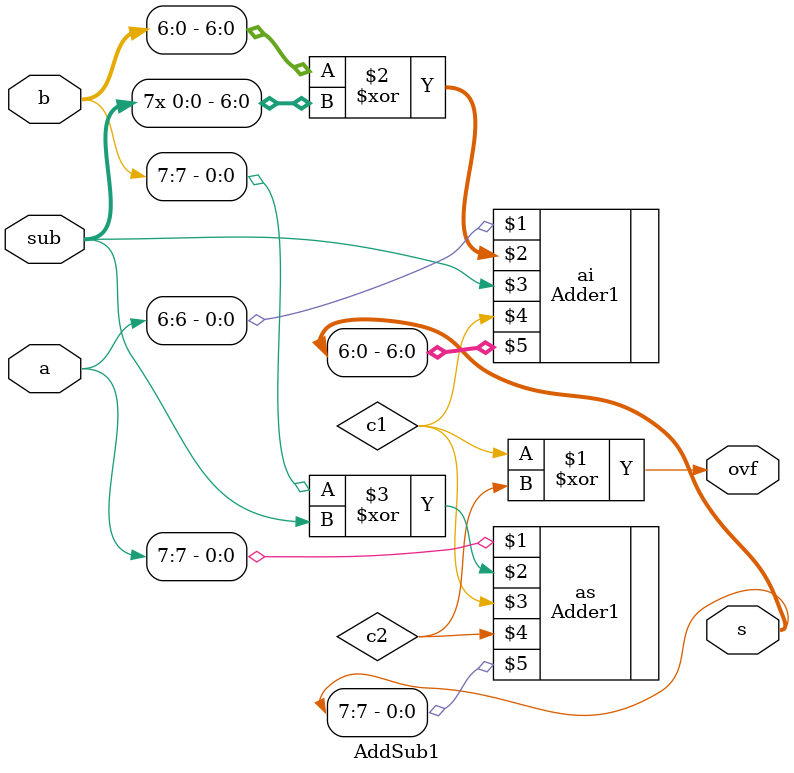
<source format=v>
`timescale 1ns / 1ps


module AddSub1(a, b, sub, s, ovf) ;
    parameter n = 8 ;
    input [n-1:0] a, b ;
    input sub ;
    output [n-1:0] s ;
    output ovf ;
    wire c1, c2 ;
    wire ovf = c1 ^ c2 ;
    
    Adder1 #(n-1) ai(a[n-2], b[n-2:0] ^ {n-1{sub}}, sub, c1, s[n-2:0]) ;
    
    Adder1 #(n-1) as(a[n-1], b[n-1] ^ sub, c1, c2, s[n-1]) ;
endmodule

</source>
